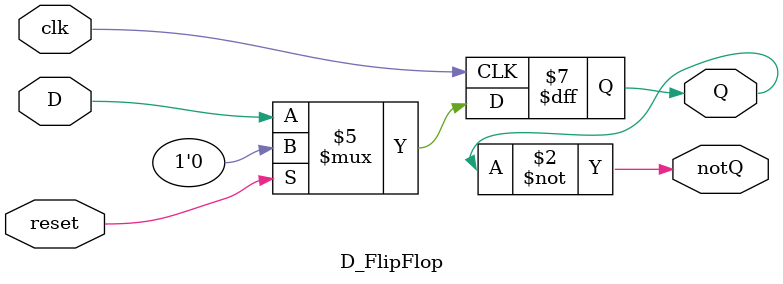
<source format=v>
`timescale 1ns/1ps
module D_FlipFlop(
    input D, reset,
    input clk,
    output reg Q,
    output notQ
);    
    initial begin
        Q <= 0;
    end
    
    always @(posedge clk) begin
        if (reset) begin
            Q <= 0;
        end else begin
            Q <= D;
        end
    end
    
    assign notQ = ~Q;
    

endmodule

</source>
